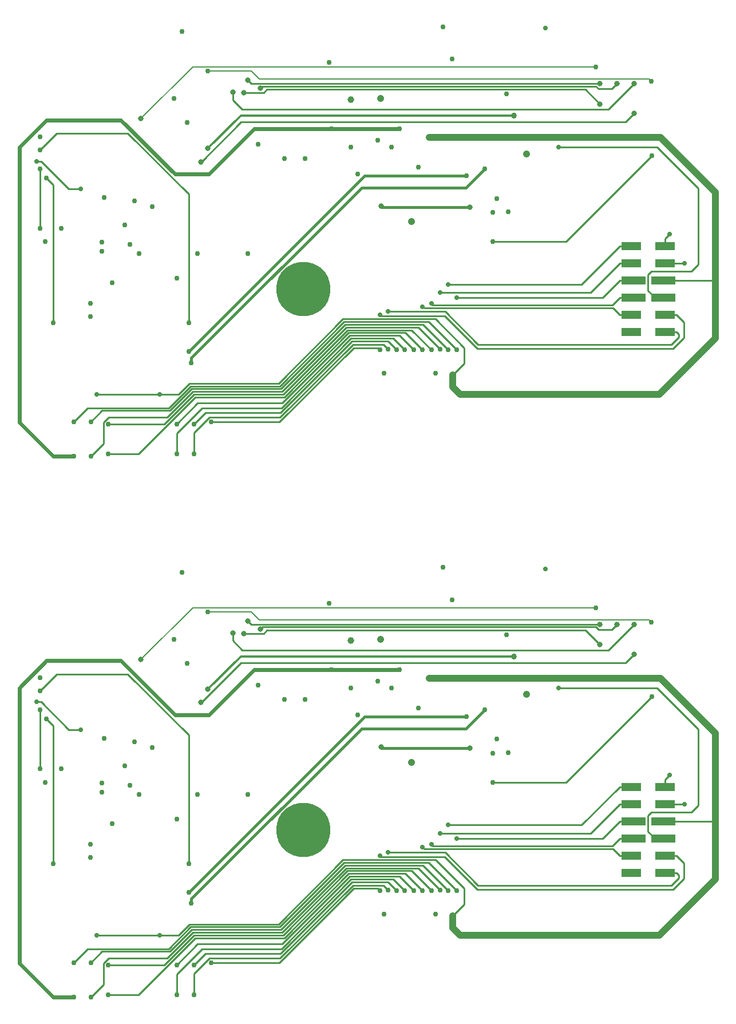
<source format=gbr>
G04 EAGLE Gerber RS-274X export*
G75*
%MOMM*%
%FSLAX34Y34*%
%LPD*%
%INBottom Copper*%
%IPPOS*%
%AMOC8*
5,1,8,0,0,1.08239X$1,22.5*%
G01*
%ADD10R,3.000000X1.270000*%
%ADD11R,3.680000X1.270000*%
%ADD12C,0.756400*%
%ADD13C,0.254000*%
%ADD14C,0.706400*%
%ADD15C,0.152400*%
%ADD16C,0.406400*%
%ADD17C,0.806400*%
%ADD18C,1.006400*%
%ADD19C,1.016000*%
%ADD20C,0.609600*%
%ADD21C,0.203200*%
%ADD22C,0.856400*%
%ADD23C,0.304800*%
%ADD24C,1.056400*%
%ADD25C,8.000000*%


D10*
X1086500Y448500D03*
X1086500Y423100D03*
D11*
X1083500Y397700D03*
X1083500Y372300D03*
D10*
X1086500Y346900D03*
X1086500Y321500D03*
X1036500Y321500D03*
X1036500Y346900D03*
D11*
X1039500Y372300D03*
X1039500Y397700D03*
D10*
X1036500Y423100D03*
X1036500Y448500D03*
X1086500Y1248500D03*
X1086500Y1223100D03*
D11*
X1083500Y1197700D03*
X1083500Y1172300D03*
D10*
X1086500Y1146900D03*
X1086500Y1121500D03*
X1036500Y1121500D03*
X1036500Y1146900D03*
D11*
X1039500Y1172300D03*
X1039500Y1197700D03*
D10*
X1036500Y1223100D03*
X1036500Y1248500D03*
D12*
X262300Y185000D03*
D13*
X345753Y185000D02*
X389817Y229064D01*
X521575Y229064D02*
X616767Y324256D01*
X521575Y229064D02*
X389817Y229064D01*
X616767Y324256D02*
X711244Y324256D01*
X740500Y295000D01*
X345753Y185000D02*
X262300Y185000D01*
D12*
X740500Y295000D03*
D13*
X1019500Y372300D02*
X1039500Y372300D01*
X1019500Y372300D02*
X1008500Y361300D01*
X742884Y361300D01*
X740500Y363684D01*
D14*
X740500Y363684D03*
D12*
X262300Y141000D03*
D13*
X307500Y141000D01*
X523258Y225000D02*
X618450Y320192D01*
X702308Y320192D01*
X727500Y295000D01*
X391500Y225000D02*
X307500Y141000D01*
X391500Y225000D02*
X523258Y225000D01*
D12*
X727500Y295000D03*
D14*
X727500Y359000D03*
D13*
X1019221Y346900D02*
X1036500Y346900D01*
X1019221Y346900D02*
X1009255Y356866D01*
D15*
X729634Y356866D02*
X727500Y359000D01*
D13*
X729634Y356866D02*
X1009255Y356866D01*
D12*
X792674Y552448D03*
X381926Y292426D03*
D16*
X641948Y552448D01*
X792674Y552448D01*
D12*
X819598Y562608D03*
X385500Y276000D03*
D16*
X385500Y283000D01*
X637500Y535000D01*
X791990Y535000D02*
X819598Y562608D01*
X791990Y535000D02*
X637500Y535000D01*
D17*
X989900Y658716D03*
D13*
X968382Y680234D01*
X497446Y680234D01*
X492540Y675328D01*
X463584Y675328D01*
D17*
X463584Y675328D03*
D12*
X181500Y335000D03*
D13*
X181500Y539116D01*
X171500Y549116D01*
D12*
X171500Y549116D03*
D17*
X1015300Y689000D03*
X487968Y682174D03*
D13*
X490730Y684936D02*
X984311Y684936D01*
X490730Y684936D02*
X487968Y682174D01*
X1007300Y681000D02*
X1015300Y689000D01*
X1007300Y681000D02*
X988247Y681000D01*
X984311Y684936D01*
D12*
X161500Y475000D03*
D13*
X161500Y562798D01*
X161601Y562899D01*
D12*
X161601Y562899D03*
X236900Y137600D03*
D13*
X255724Y156424D01*
X255724Y187724D01*
X263000Y195000D01*
X350005Y195000D02*
X388133Y233128D01*
X519891Y233128D01*
X615083Y328320D02*
X721180Y328320D01*
X753500Y296000D01*
X350005Y195000D02*
X263000Y195000D01*
X519891Y233128D02*
X615083Y328320D01*
D12*
X753500Y296000D03*
D13*
X1019500Y423100D02*
X1036500Y423100D01*
X1019500Y423100D02*
X976500Y380100D01*
X753600Y380100D01*
D15*
X753500Y380000D01*
D14*
X753500Y380000D03*
D12*
X236900Y188400D03*
D13*
X253500Y205000D01*
X354258Y205000D01*
X518208Y237192D02*
X613400Y332384D01*
X728116Y332384D01*
X765500Y295000D01*
X386450Y237192D02*
X354258Y205000D01*
X386450Y237192D02*
X518208Y237192D01*
D12*
X765500Y295000D03*
D14*
X765500Y392000D03*
D13*
X1019500Y448500D02*
X1036500Y448500D01*
X963000Y392000D02*
X765500Y392000D01*
X963000Y392000D02*
X1019500Y448500D01*
D12*
X211500Y188400D03*
D13*
X232164Y209064D01*
X352575Y209064D02*
X384767Y241256D01*
X516524Y241256D02*
X611716Y336448D01*
X737052Y336448D02*
X778500Y295000D01*
X352575Y209064D02*
X232164Y209064D01*
X384767Y241256D02*
X516524Y241256D01*
X611716Y336448D02*
X737052Y336448D01*
D12*
X778500Y295000D03*
D13*
X1019500Y397700D02*
X1039500Y397700D01*
X1019500Y397700D02*
X993800Y372000D01*
X778500Y372000D01*
D14*
X778500Y372000D03*
D12*
X414700Y188400D03*
D13*
X515900Y188400D01*
X625500Y298000D01*
X661500Y298000D02*
X664500Y295000D01*
X661500Y298000D02*
X625500Y298000D01*
D12*
X664500Y295000D03*
D13*
X1086500Y346900D02*
X1103500Y346900D01*
X1114500Y335900D01*
X1114500Y313000D01*
X1098500Y297000D01*
X808500Y297000D01*
X760500Y345000D01*
D15*
X666338Y345000D02*
X664500Y346838D01*
D14*
X664500Y346838D03*
D13*
X666338Y345000D02*
X760500Y345000D01*
D12*
X389300Y141000D03*
D13*
X431476Y194976D02*
X431500Y195000D01*
X431476Y194976D02*
X411976Y194976D01*
X389300Y172300D01*
X389300Y141000D01*
X431500Y195000D02*
X516500Y195000D01*
X624500Y303000D01*
X669500Y303000D01*
X676500Y296000D01*
D12*
X676500Y296000D03*
D13*
X1086500Y321500D02*
X1103000Y321500D01*
D14*
X676500Y351818D03*
D13*
X760993Y351818D02*
X809763Y303048D01*
X760993Y351818D02*
X676500Y351818D01*
X1095548Y303048D02*
X1106500Y314000D01*
X1106500Y318000D01*
X1103000Y321500D01*
X1095548Y303048D02*
X809763Y303048D01*
D12*
X389300Y185000D03*
D13*
X406300Y202000D01*
X676500Y308000D02*
X689500Y295000D01*
X517500Y202000D02*
X406300Y202000D01*
X517500Y202000D02*
X623500Y308000D01*
X676500Y308000D01*
D12*
X689500Y295000D03*
X363900Y141000D03*
D13*
X363900Y171400D01*
X401500Y209000D01*
X518753Y209000D01*
X621817Y312064D01*
X679183Y312064D01*
X679247Y312000D01*
X684500Y312000D01*
X701500Y295000D01*
D12*
X701500Y295000D03*
X363900Y185000D03*
D13*
X394964Y216064D01*
X620133Y316128D02*
X693372Y316128D01*
X714500Y295000D01*
X520069Y216064D02*
X394964Y216064D01*
X520069Y216064D02*
X620133Y316128D01*
D12*
X714500Y295000D03*
D18*
X737304Y609196D03*
D19*
X1027500Y609196D01*
X1079304Y609196D01*
X1160500Y528000D01*
X1160500Y398000D01*
X1160500Y312000D01*
X1077500Y229000D01*
X783500Y229000D01*
X772500Y240000D02*
X772500Y258000D01*
D18*
X772500Y258000D03*
D19*
X772500Y240000D02*
X783500Y229000D01*
D12*
X1027500Y609196D03*
D13*
X789500Y275000D02*
X772500Y258000D01*
X789500Y275000D02*
X789500Y298000D01*
X746988Y340512D01*
X610012Y340512D02*
X514820Y245320D01*
X610012Y340512D02*
X746988Y340512D01*
X514820Y245320D02*
X383083Y245320D01*
X366763Y229000D02*
X338500Y229000D01*
X245500Y229000D01*
X366763Y229000D02*
X383083Y245320D01*
D14*
X245500Y229000D03*
X338500Y229000D03*
D13*
X1083500Y397700D02*
X1160200Y397700D01*
D15*
X1160500Y398000D01*
D12*
X379500Y631000D03*
X294500Y451000D03*
X287500Y480000D03*
X308500Y437000D03*
X327500Y507000D03*
X256500Y520000D03*
X253500Y454000D03*
X253500Y441000D03*
X169500Y455000D03*
X161500Y610000D03*
X359882Y666618D03*
X621500Y595000D03*
X661500Y605000D03*
X631500Y555000D03*
X721500Y565000D03*
X837500Y519000D03*
X831500Y498046D03*
X854500Y499000D03*
X484500Y599000D03*
X757500Y773000D03*
X771311Y724811D03*
X851500Y673658D03*
X469500Y437000D03*
X394500Y437000D03*
X236500Y364000D03*
X670500Y260000D03*
X523500Y578000D03*
X553500Y578000D03*
X268500Y394000D03*
X364500Y401000D03*
D13*
X1086500Y423100D02*
X1115400Y423100D01*
D15*
X1115500Y423000D01*
D14*
X1115500Y423000D03*
X909500Y771000D03*
D12*
X211500Y137600D03*
D20*
X181500Y137600D01*
X131500Y187600D01*
X411500Y555000D02*
X478500Y622000D01*
X592500Y622000D01*
X693500Y622000D01*
D12*
X592500Y622000D03*
X693500Y622000D03*
D20*
X171500Y635000D02*
X131500Y595000D01*
X281500Y635000D02*
X361500Y555000D01*
X411500Y555000D01*
X131500Y595000D02*
X131500Y187600D01*
X171500Y635000D02*
X281500Y635000D01*
D17*
X311184Y637228D03*
D12*
X984172Y713428D03*
D21*
X413089Y713428D01*
X412863Y713654D01*
X387610Y713654D01*
X311184Y637228D01*
D17*
X1040700Y645000D03*
D13*
X1027581Y631881D01*
X459237Y631881D01*
X400576Y573220D01*
X399576Y573220D01*
D17*
X399576Y573220D03*
D22*
X862900Y641600D03*
D23*
X862708Y641408D01*
X458620Y641408D01*
X410244Y593032D01*
D17*
X410244Y593032D03*
X989900Y689000D03*
X989900Y689000D03*
D13*
X474500Y689000D01*
X469500Y694000D01*
D17*
X469500Y694000D03*
D12*
X381500Y335000D03*
D13*
X381500Y525000D01*
X186407Y615000D02*
X161953Y590547D01*
D12*
X161953Y590547D03*
D13*
X291500Y615000D02*
X381500Y525000D01*
X291500Y615000D02*
X186407Y615000D01*
D14*
X928500Y595000D03*
D13*
X1074500Y595000D01*
X1135500Y534000D02*
X1135500Y421000D01*
X1125344Y410844D01*
X1065943Y410844D02*
X1061306Y406207D01*
X1061306Y382194D01*
X1135500Y534000D02*
X1074500Y595000D01*
X1065943Y410844D02*
X1125344Y410844D01*
X1070000Y373500D02*
X1061306Y382194D01*
D15*
X1082300Y373500D02*
X1083500Y372300D01*
X1082300Y373500D02*
X1070000Y373500D01*
D24*
X665500Y666380D03*
X711500Y485000D03*
D17*
X797500Y506000D03*
D16*
X668188Y506000D01*
X666500Y507688D01*
D17*
X666500Y507688D03*
D12*
X589500Y720000D03*
D24*
X881500Y585000D03*
D12*
X236500Y344000D03*
X371500Y766000D03*
X746500Y260000D03*
X681500Y595000D03*
D18*
X621500Y665000D03*
D12*
X193500Y474950D03*
X301500Y515000D03*
D13*
X1086500Y459000D02*
X1086500Y448500D01*
X1086500Y459000D02*
X1093500Y466000D01*
D14*
X1093500Y466000D03*
D17*
X1040700Y689000D03*
D13*
X1002168Y650468D01*
X461012Y650468D01*
X446820Y664660D01*
X446820Y676057D01*
D17*
X446820Y676057D03*
D14*
X156500Y574000D03*
D13*
X163500Y574000D01*
X204174Y533326D02*
X222174Y533326D01*
D14*
X222174Y533326D03*
D13*
X204174Y533326D02*
X163500Y574000D01*
D12*
X1066100Y692400D03*
D21*
X1062928Y695572D01*
X486012Y695572D01*
X474252Y707332D02*
X410244Y707332D01*
D12*
X410244Y707332D03*
D21*
X474252Y707332D02*
X486012Y695572D01*
D12*
X831500Y455000D03*
D13*
X939500Y455000D01*
X1066500Y582000D01*
D12*
X1066500Y582000D03*
D25*
X551500Y385000D03*
D12*
X262300Y985000D03*
D13*
X345753Y985000D02*
X389817Y1029064D01*
X521575Y1029064D02*
X616767Y1124256D01*
X521575Y1029064D02*
X389817Y1029064D01*
X616767Y1124256D02*
X711244Y1124256D01*
X740500Y1095000D01*
X345753Y985000D02*
X262300Y985000D01*
D12*
X740500Y1095000D03*
D13*
X1019500Y1172300D02*
X1039500Y1172300D01*
X1019500Y1172300D02*
X1008500Y1161300D01*
X742884Y1161300D01*
X740500Y1163684D01*
D14*
X740500Y1163684D03*
D12*
X262300Y941000D03*
D13*
X307500Y941000D01*
X523258Y1025000D02*
X618450Y1120192D01*
X702308Y1120192D01*
X727500Y1095000D01*
X391500Y1025000D02*
X307500Y941000D01*
X391500Y1025000D02*
X523258Y1025000D01*
D12*
X727500Y1095000D03*
D14*
X727500Y1159000D03*
D13*
X1019221Y1146900D02*
X1036500Y1146900D01*
X1019221Y1146900D02*
X1009255Y1156866D01*
D15*
X729634Y1156866D02*
X727500Y1159000D01*
D13*
X729634Y1156866D02*
X1009255Y1156866D01*
D12*
X792674Y1352448D03*
X381926Y1092426D03*
D16*
X641948Y1352448D01*
X792674Y1352448D01*
D12*
X819598Y1362608D03*
X385500Y1076000D03*
D16*
X385500Y1083000D01*
X637500Y1335000D01*
X791990Y1335000D02*
X819598Y1362608D01*
X791990Y1335000D02*
X637500Y1335000D01*
D17*
X989900Y1458716D03*
D13*
X968382Y1480234D01*
X497446Y1480234D01*
X492540Y1475328D01*
X463584Y1475328D01*
D17*
X463584Y1475328D03*
D12*
X181500Y1135000D03*
D13*
X181500Y1339116D01*
X171500Y1349116D01*
D12*
X171500Y1349116D03*
D17*
X1015300Y1489000D03*
X487968Y1482174D03*
D13*
X490730Y1484936D02*
X984311Y1484936D01*
X490730Y1484936D02*
X487968Y1482174D01*
X1007300Y1481000D02*
X1015300Y1489000D01*
X1007300Y1481000D02*
X988247Y1481000D01*
X984311Y1484936D01*
D12*
X161500Y1275000D03*
D13*
X161500Y1362798D01*
X161601Y1362899D01*
D12*
X161601Y1362899D03*
X236900Y937600D03*
D13*
X255724Y956424D01*
X255724Y987724D01*
X263000Y995000D01*
X350005Y995000D02*
X388133Y1033128D01*
X519891Y1033128D01*
X615083Y1128320D02*
X721180Y1128320D01*
X753500Y1096000D01*
X350005Y995000D02*
X263000Y995000D01*
X519891Y1033128D02*
X615083Y1128320D01*
D12*
X753500Y1096000D03*
D13*
X1019500Y1223100D02*
X1036500Y1223100D01*
X1019500Y1223100D02*
X976500Y1180100D01*
X753600Y1180100D01*
D15*
X753500Y1180000D01*
D14*
X753500Y1180000D03*
D12*
X236900Y988400D03*
D13*
X253500Y1005000D01*
X354258Y1005000D01*
X518208Y1037192D02*
X613400Y1132384D01*
X728116Y1132384D01*
X765500Y1095000D01*
X386450Y1037192D02*
X354258Y1005000D01*
X386450Y1037192D02*
X518208Y1037192D01*
D12*
X765500Y1095000D03*
D14*
X765500Y1192000D03*
D13*
X1019500Y1248500D02*
X1036500Y1248500D01*
X963000Y1192000D02*
X765500Y1192000D01*
X963000Y1192000D02*
X1019500Y1248500D01*
D12*
X211500Y988400D03*
D13*
X232164Y1009064D01*
X352575Y1009064D02*
X384767Y1041256D01*
X516524Y1041256D02*
X611716Y1136448D01*
X737052Y1136448D02*
X778500Y1095000D01*
X352575Y1009064D02*
X232164Y1009064D01*
X384767Y1041256D02*
X516524Y1041256D01*
X611716Y1136448D02*
X737052Y1136448D01*
D12*
X778500Y1095000D03*
D13*
X1019500Y1197700D02*
X1039500Y1197700D01*
X1019500Y1197700D02*
X993800Y1172000D01*
X778500Y1172000D01*
D14*
X778500Y1172000D03*
D12*
X414700Y988400D03*
D13*
X515900Y988400D01*
X625500Y1098000D01*
X661500Y1098000D02*
X664500Y1095000D01*
X661500Y1098000D02*
X625500Y1098000D01*
D12*
X664500Y1095000D03*
D13*
X1086500Y1146900D02*
X1103500Y1146900D01*
X1114500Y1135900D01*
X1114500Y1113000D01*
X1098500Y1097000D01*
X808500Y1097000D01*
X760500Y1145000D01*
D15*
X666338Y1145000D02*
X664500Y1146838D01*
D14*
X664500Y1146838D03*
D13*
X666338Y1145000D02*
X760500Y1145000D01*
D12*
X389300Y941000D03*
D13*
X431476Y994976D02*
X431500Y995000D01*
X431476Y994976D02*
X411976Y994976D01*
X389300Y972300D01*
X389300Y941000D01*
X431500Y995000D02*
X516500Y995000D01*
X624500Y1103000D01*
X669500Y1103000D01*
X676500Y1096000D01*
D12*
X676500Y1096000D03*
D13*
X1086500Y1121500D02*
X1103000Y1121500D01*
D14*
X676500Y1151818D03*
D13*
X760993Y1151818D02*
X809763Y1103048D01*
X760993Y1151818D02*
X676500Y1151818D01*
X1095548Y1103048D02*
X1106500Y1114000D01*
X1106500Y1118000D01*
X1103000Y1121500D01*
X1095548Y1103048D02*
X809763Y1103048D01*
D12*
X389300Y985000D03*
D13*
X406300Y1002000D01*
X676500Y1108000D02*
X689500Y1095000D01*
X517500Y1002000D02*
X406300Y1002000D01*
X517500Y1002000D02*
X623500Y1108000D01*
X676500Y1108000D01*
D12*
X689500Y1095000D03*
X363900Y941000D03*
D13*
X363900Y971400D01*
X401500Y1009000D01*
X518753Y1009000D01*
X621817Y1112064D01*
X679183Y1112064D01*
X679247Y1112000D01*
X684500Y1112000D01*
X701500Y1095000D01*
D12*
X701500Y1095000D03*
X363900Y985000D03*
D13*
X394964Y1016064D01*
X620133Y1116128D02*
X693372Y1116128D01*
X714500Y1095000D01*
X520069Y1016064D02*
X394964Y1016064D01*
X520069Y1016064D02*
X620133Y1116128D01*
D12*
X714500Y1095000D03*
D18*
X737304Y1409196D03*
D19*
X1027500Y1409196D01*
X1079304Y1409196D01*
X1160500Y1328000D01*
X1160500Y1198000D01*
X1160500Y1112000D01*
X1077500Y1029000D01*
X783500Y1029000D01*
X772500Y1040000D02*
X772500Y1058000D01*
D18*
X772500Y1058000D03*
D19*
X772500Y1040000D02*
X783500Y1029000D01*
D12*
X1027500Y1409196D03*
D13*
X789500Y1075000D02*
X772500Y1058000D01*
X789500Y1075000D02*
X789500Y1098000D01*
X746988Y1140512D01*
X610012Y1140512D02*
X514820Y1045320D01*
X610012Y1140512D02*
X746988Y1140512D01*
X514820Y1045320D02*
X383083Y1045320D01*
X366763Y1029000D02*
X338500Y1029000D01*
X245500Y1029000D01*
X366763Y1029000D02*
X383083Y1045320D01*
D14*
X245500Y1029000D03*
X338500Y1029000D03*
D13*
X1083500Y1197700D02*
X1160200Y1197700D01*
D15*
X1160500Y1198000D01*
D12*
X379500Y1431000D03*
X294500Y1251000D03*
X287500Y1280000D03*
X308500Y1237000D03*
X327500Y1307000D03*
X256500Y1320000D03*
X253500Y1254000D03*
X253500Y1241000D03*
X169500Y1255000D03*
X161500Y1410000D03*
X359882Y1466618D03*
X621500Y1395000D03*
X661500Y1405000D03*
X631500Y1355000D03*
X721500Y1365000D03*
X837500Y1319000D03*
X831500Y1298046D03*
X854500Y1299000D03*
X484500Y1399000D03*
X757500Y1573000D03*
X771311Y1524811D03*
X851500Y1473658D03*
X469500Y1237000D03*
X394500Y1237000D03*
X236500Y1164000D03*
X670500Y1060000D03*
X523500Y1378000D03*
X553500Y1378000D03*
X268500Y1194000D03*
X364500Y1201000D03*
D13*
X1086500Y1223100D02*
X1115400Y1223100D01*
D15*
X1115500Y1223000D01*
D14*
X1115500Y1223000D03*
X909500Y1571000D03*
D12*
X211500Y937600D03*
D20*
X181500Y937600D01*
X131500Y987600D01*
X411500Y1355000D02*
X478500Y1422000D01*
X592500Y1422000D01*
X693500Y1422000D01*
D12*
X592500Y1422000D03*
X693500Y1422000D03*
D20*
X171500Y1435000D02*
X131500Y1395000D01*
X281500Y1435000D02*
X361500Y1355000D01*
X411500Y1355000D01*
X131500Y1395000D02*
X131500Y987600D01*
X171500Y1435000D02*
X281500Y1435000D01*
D17*
X311184Y1437228D03*
D12*
X984172Y1513428D03*
D21*
X413089Y1513428D01*
X412863Y1513654D01*
X387610Y1513654D01*
X311184Y1437228D01*
D17*
X1040700Y1445000D03*
D13*
X1027581Y1431881D01*
X459237Y1431881D01*
X400576Y1373220D01*
X399576Y1373220D01*
D17*
X399576Y1373220D03*
D22*
X862900Y1441600D03*
D23*
X862708Y1441408D01*
X458620Y1441408D01*
X410244Y1393032D01*
D17*
X410244Y1393032D03*
X989900Y1489000D03*
X989900Y1489000D03*
D13*
X474500Y1489000D01*
X469500Y1494000D01*
D17*
X469500Y1494000D03*
D12*
X381500Y1135000D03*
D13*
X381500Y1325000D01*
X186407Y1415000D02*
X161953Y1390547D01*
D12*
X161953Y1390547D03*
D13*
X291500Y1415000D02*
X381500Y1325000D01*
X291500Y1415000D02*
X186407Y1415000D01*
D14*
X928500Y1395000D03*
D13*
X1074500Y1395000D01*
X1135500Y1334000D02*
X1135500Y1221000D01*
X1125344Y1210844D01*
X1065943Y1210844D02*
X1061306Y1206207D01*
X1061306Y1182194D01*
X1135500Y1334000D02*
X1074500Y1395000D01*
X1065943Y1210844D02*
X1125344Y1210844D01*
X1070000Y1173500D02*
X1061306Y1182194D01*
D15*
X1082300Y1173500D02*
X1083500Y1172300D01*
X1082300Y1173500D02*
X1070000Y1173500D01*
D24*
X665500Y1466380D03*
X711500Y1285000D03*
D17*
X797500Y1306000D03*
D16*
X668188Y1306000D01*
X666500Y1307688D01*
D17*
X666500Y1307688D03*
D12*
X589500Y1520000D03*
D24*
X881500Y1385000D03*
D12*
X236500Y1144000D03*
X371500Y1566000D03*
X746500Y1060000D03*
X681500Y1395000D03*
D18*
X621500Y1465000D03*
D12*
X193500Y1274950D03*
X301500Y1315000D03*
D13*
X1086500Y1259000D02*
X1086500Y1248500D01*
X1086500Y1259000D02*
X1093500Y1266000D01*
D14*
X1093500Y1266000D03*
D17*
X1040700Y1489000D03*
D13*
X1002168Y1450468D01*
X461012Y1450468D01*
X446820Y1464660D01*
X446820Y1476057D01*
D17*
X446820Y1476057D03*
D14*
X156500Y1374000D03*
D13*
X163500Y1374000D01*
X204174Y1333326D02*
X222174Y1333326D01*
D14*
X222174Y1333326D03*
D13*
X204174Y1333326D02*
X163500Y1374000D01*
D12*
X1066100Y1492400D03*
D21*
X1062928Y1495572D01*
X486012Y1495572D01*
X474252Y1507332D02*
X410244Y1507332D01*
D12*
X410244Y1507332D03*
D21*
X474252Y1507332D02*
X486012Y1495572D01*
D12*
X831500Y1255000D03*
D13*
X939500Y1255000D01*
X1066500Y1382000D01*
D12*
X1066500Y1382000D03*
D25*
X551500Y1185000D03*
M02*

</source>
